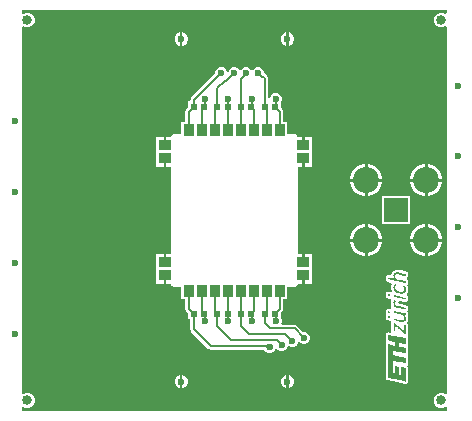
<source format=gtl>
G04*
G04 #@! TF.GenerationSoftware,Altium Limited,Altium Designer,24.6.1 (21)*
G04*
G04 Layer_Physical_Order=1*
G04 Layer_Color=255*
%FSLAX44Y44*%
%MOMM*%
G71*
G04*
G04 #@! TF.SameCoordinates,A60324F7-5EA5-4536-B251-014C174E4282*
G04*
G04*
G04 #@! TF.FilePolarity,Positive*
G04*
G01*
G75*
%ADD11C,0.2000*%
%ADD24R,0.6000X0.5500*%
%ADD25R,0.9000X1.0000*%
%ADD26R,1.0000X0.9000*%
%ADD27C,0.6000*%
%ADD28C,2.2000*%
%ADD29R,2.0000X2.0000*%
%ADD30C,0.8400*%
G36*
X179903Y166784D02*
X178633Y166313D01*
X176493Y167200D01*
X174027D01*
X171748Y166256D01*
X170004Y164512D01*
X169060Y162233D01*
Y159767D01*
X170004Y157488D01*
X171748Y155744D01*
X174027Y154800D01*
X176493D01*
X178633Y155687D01*
X179903Y155216D01*
Y-155216D01*
X178633Y-155687D01*
X176493Y-154800D01*
X174027D01*
X171748Y-155744D01*
X170004Y-157488D01*
X169060Y-159767D01*
Y-162233D01*
X170004Y-164512D01*
X171748Y-166256D01*
X174027Y-167200D01*
X176493D01*
X178633Y-166313D01*
X179903Y-166784D01*
Y-169903D01*
X-179903D01*
Y-166784D01*
X-178633Y-166314D01*
X-176493Y-167200D01*
X-174027D01*
X-171748Y-166256D01*
X-170004Y-164512D01*
X-169060Y-162233D01*
Y-159767D01*
X-170004Y-157488D01*
X-171748Y-155744D01*
X-174027Y-154800D01*
X-176493D01*
X-178633Y-155687D01*
X-179903Y-155216D01*
Y155216D01*
X-178633Y155687D01*
X-176493Y154800D01*
X-174027D01*
X-171748Y155744D01*
X-170004Y157488D01*
X-169060Y159767D01*
Y162233D01*
X-170004Y164512D01*
X-171748Y166256D01*
X-174027Y167200D01*
X-176493D01*
X-178633Y166314D01*
X-179903Y166784D01*
Y169903D01*
X179903D01*
Y166784D01*
D02*
G37*
%LPC*%
G36*
X46102Y150540D02*
X46000D01*
Y145000D01*
Y139460D01*
X46102D01*
X48138Y140303D01*
X49697Y141862D01*
X50540Y143898D01*
Y146102D01*
X49697Y148138D01*
X48138Y149697D01*
X46102Y150540D01*
D02*
G37*
G36*
X44000D02*
X43898D01*
X41862Y149697D01*
X40303Y148138D01*
X39460Y146102D01*
Y143898D01*
X40303Y141862D01*
X41862Y140303D01*
X43898Y139460D01*
X44000D01*
Y145000D01*
Y150540D01*
D02*
G37*
G36*
X-43898D02*
X-44000D01*
Y145000D01*
Y139460D01*
X-43898D01*
X-41862Y140303D01*
X-40303Y141862D01*
X-39460Y143898D01*
Y146102D01*
X-40303Y148138D01*
X-41862Y149697D01*
X-43898Y150540D01*
D02*
G37*
G36*
X-46000D02*
X-46102D01*
X-48138Y149697D01*
X-49697Y148138D01*
X-50540Y146102D01*
Y143898D01*
X-49697Y141862D01*
X-48138Y140303D01*
X-46102Y139460D01*
X-46000D01*
Y145000D01*
Y150540D01*
D02*
G37*
G36*
X20995Y121000D02*
X19005D01*
X17168Y120239D01*
X15761Y118832D01*
X15687Y118654D01*
X14313D01*
X14239Y118832D01*
X12832Y120239D01*
X10995Y121000D01*
X9005D01*
X7168Y120239D01*
X5761Y118832D01*
X5687Y118654D01*
X4313D01*
X4239Y118832D01*
X2832Y120239D01*
X995Y121000D01*
X-995D01*
X-2832Y120239D01*
X-4239Y118832D01*
X-4827Y117413D01*
X-6173D01*
X-6761Y118832D01*
X-8168Y120239D01*
X-10005Y121000D01*
X-11995D01*
X-13832Y120239D01*
X-15239Y118832D01*
X-16000Y116995D01*
Y115826D01*
X-36413Y95413D01*
X-37076Y94420D01*
X-37309Y93250D01*
X-38052Y92250D01*
X-39250D01*
Y87076D01*
X-40663Y85663D01*
X-41326Y84670D01*
X-41559Y83500D01*
X-41559Y83500D01*
Y75000D01*
X-45000D01*
Y64590D01*
X-51000D01*
X-51991Y64393D01*
X-52831Y63831D01*
X-53393Y62991D01*
X-53582Y62040D01*
X-57500D01*
Y55000D01*
X-59500D01*
Y62040D01*
X-66040D01*
Y47960D01*
Y36960D01*
X-59500D01*
Y44000D01*
X-57500D01*
Y36960D01*
X-53590D01*
Y-36960D01*
X-57500D01*
Y-44000D01*
X-59500D01*
Y-36960D01*
X-66040D01*
Y-51040D01*
Y-62040D01*
X-59500D01*
Y-55000D01*
X-57500D01*
Y-62040D01*
X-53582D01*
X-53393Y-62991D01*
X-52831Y-63831D01*
X-51991Y-64393D01*
X-51000Y-64590D01*
X-45000D01*
Y-75000D01*
X-41559D01*
Y-83500D01*
X-41559Y-83500D01*
X-41326Y-84670D01*
X-40663Y-85663D01*
X-39250Y-87076D01*
Y-92250D01*
X-37309D01*
Y-100750D01*
X-37309Y-100750D01*
X-37076Y-101920D01*
X-36413Y-102913D01*
X-24663Y-114663D01*
X-24663Y-114663D01*
X-24663Y-114663D01*
X-22163Y-117163D01*
X-21170Y-117826D01*
X-20000Y-118059D01*
X-20000Y-118059D01*
X25441D01*
X25761Y-118832D01*
X27168Y-120239D01*
X29005Y-121000D01*
X30995D01*
X32832Y-120239D01*
X34239Y-118832D01*
X34779Y-117528D01*
X36173Y-117244D01*
X37168Y-118239D01*
X39005Y-119000D01*
X40995D01*
X42832Y-118239D01*
X44239Y-116832D01*
X44744Y-115612D01*
X46167Y-115239D01*
X46169Y-115239D01*
X48005Y-116000D01*
X49995D01*
X51832Y-115239D01*
X53239Y-113832D01*
X54000Y-111995D01*
Y-111867D01*
X55270Y-111341D01*
X56168Y-112239D01*
X58005Y-113000D01*
X59995D01*
X61832Y-112239D01*
X63239Y-110832D01*
X64000Y-108995D01*
Y-107006D01*
X63239Y-105168D01*
X61832Y-103761D01*
X59995Y-103000D01*
X58326D01*
X53163Y-97837D01*
X52171Y-97174D01*
X51000Y-96941D01*
X51000Y-96941D01*
X40568D01*
X39720Y-95671D01*
X40000Y-94995D01*
Y-93005D01*
X39250Y-91195D01*
Y-87076D01*
X40663Y-85663D01*
X40663Y-85663D01*
X41326Y-84670D01*
X41559Y-83500D01*
X41559Y-83500D01*
Y-75000D01*
X45000D01*
Y-64590D01*
X51000D01*
X51991Y-64393D01*
X52831Y-63831D01*
X53393Y-62991D01*
X53582Y-62040D01*
X57500D01*
Y-55000D01*
X59500D01*
Y-62040D01*
X66040D01*
Y-51040D01*
Y-36960D01*
X59500D01*
Y-44000D01*
X57500D01*
Y-36960D01*
X53590D01*
Y36960D01*
X57500D01*
Y44000D01*
X59500D01*
Y36960D01*
X66040D01*
Y47960D01*
Y62040D01*
X59500D01*
Y55000D01*
X57500D01*
Y62040D01*
X53582D01*
X53393Y62991D01*
X52831Y63831D01*
X51991Y64393D01*
X51000Y64590D01*
X45000D01*
Y75000D01*
X41559D01*
Y83500D01*
X41559Y83500D01*
X41326Y84670D01*
X40663Y85663D01*
X40663Y85663D01*
X39250Y87076D01*
Y91195D01*
X40000Y93005D01*
Y94995D01*
X39239Y96832D01*
X37832Y98239D01*
X35995Y99000D01*
X34005D01*
X32168Y98239D01*
X30761Y96832D01*
X30000Y94995D01*
X28809Y95185D01*
Y111750D01*
X28809Y111750D01*
X28576Y112921D01*
X27913Y113913D01*
X27913Y113913D01*
X26499Y115327D01*
X25506Y115990D01*
X25058Y116079D01*
X25000Y116138D01*
Y116995D01*
X24239Y118832D01*
X22832Y120239D01*
X20995Y121000D01*
D02*
G37*
G36*
X164183Y38940D02*
X163670D01*
Y26670D01*
X175940D01*
Y27183D01*
X175017Y30626D01*
X173235Y33714D01*
X170714Y36235D01*
X167626Y38017D01*
X164183Y38940D01*
D02*
G37*
G36*
X161130D02*
X160617D01*
X157174Y38017D01*
X154086Y36235D01*
X151565Y33714D01*
X149783Y30626D01*
X148860Y27183D01*
Y26670D01*
X161130D01*
Y38940D01*
D02*
G37*
G36*
X113383D02*
X112870D01*
Y26670D01*
X125140D01*
Y27183D01*
X124217Y30626D01*
X122435Y33714D01*
X119914Y36235D01*
X116826Y38017D01*
X113383Y38940D01*
D02*
G37*
G36*
X110330D02*
X109817D01*
X106374Y38017D01*
X103286Y36235D01*
X100765Y33714D01*
X98983Y30626D01*
X98060Y27183D01*
Y26670D01*
X110330D01*
Y38940D01*
D02*
G37*
G36*
X175940Y24130D02*
X163670D01*
Y11860D01*
X164183D01*
X167626Y12783D01*
X170714Y14565D01*
X173235Y17086D01*
X175017Y20174D01*
X175940Y23617D01*
Y24130D01*
D02*
G37*
G36*
X161130D02*
X148860D01*
Y23617D01*
X149783Y20174D01*
X151565Y17086D01*
X154086Y14565D01*
X157174Y12783D01*
X160617Y11860D01*
X161130D01*
Y24130D01*
D02*
G37*
G36*
X125140D02*
X112870D01*
Y11860D01*
X113383D01*
X116826Y12783D01*
X119914Y14565D01*
X122435Y17086D01*
X124217Y20174D01*
X125140Y23617D01*
Y24130D01*
D02*
G37*
G36*
X110330D02*
X98060D01*
Y23617D01*
X98983Y20174D01*
X100765Y17086D01*
X103286Y14565D01*
X106374Y12783D01*
X109817Y11860D01*
X110330D01*
Y24130D01*
D02*
G37*
G36*
X149000Y12000D02*
X125000D01*
Y-12000D01*
X149000D01*
Y12000D01*
D02*
G37*
G36*
X164183Y-11860D02*
X163670D01*
Y-24130D01*
X175940D01*
Y-23617D01*
X175017Y-20174D01*
X173235Y-17086D01*
X170714Y-14565D01*
X167626Y-12783D01*
X164183Y-11860D01*
D02*
G37*
G36*
X161130D02*
X160617D01*
X157174Y-12783D01*
X154086Y-14565D01*
X151565Y-17086D01*
X149783Y-20174D01*
X148860Y-23617D01*
Y-24130D01*
X161130D01*
Y-11860D01*
D02*
G37*
G36*
X113383D02*
X112870D01*
Y-24130D01*
X125140D01*
Y-23617D01*
X124217Y-20174D01*
X122435Y-17086D01*
X119914Y-14565D01*
X116826Y-12783D01*
X113383Y-11860D01*
D02*
G37*
G36*
X110330D02*
X109817D01*
X106374Y-12783D01*
X103286Y-14565D01*
X100765Y-17086D01*
X98983Y-20174D01*
X98060Y-23617D01*
Y-24130D01*
X110330D01*
Y-11860D01*
D02*
G37*
G36*
X175940Y-26670D02*
X163670D01*
Y-38940D01*
X164183D01*
X167626Y-38017D01*
X170714Y-36235D01*
X173235Y-33714D01*
X175017Y-30626D01*
X175940Y-27183D01*
Y-26670D01*
D02*
G37*
G36*
X161130D02*
X148860D01*
Y-27183D01*
X149783Y-30626D01*
X151565Y-33714D01*
X154086Y-36235D01*
X157174Y-38017D01*
X160617Y-38940D01*
X161130D01*
Y-26670D01*
D02*
G37*
G36*
X125140D02*
X112870D01*
Y-38940D01*
X113383D01*
X116826Y-38017D01*
X119914Y-36235D01*
X122435Y-33714D01*
X124217Y-30626D01*
X125140Y-27183D01*
Y-26670D01*
D02*
G37*
G36*
X110330D02*
X98060D01*
Y-27183D01*
X98983Y-30626D01*
X100765Y-33714D01*
X103286Y-36235D01*
X106374Y-38017D01*
X109817Y-38940D01*
X110330D01*
Y-26670D01*
D02*
G37*
G36*
X137610Y-50391D02*
X137383Y-50422D01*
X137155Y-50415D01*
X136331Y-50552D01*
X136082Y-50647D01*
X135823Y-50707D01*
X135068Y-51050D01*
X134773Y-51263D01*
X134757Y-51273D01*
X134725Y-51289D01*
X134675Y-51328D01*
X134470Y-51465D01*
X134402Y-51533D01*
X134195Y-51671D01*
X134092Y-51774D01*
X133954Y-51981D01*
X133921Y-52014D01*
X133831Y-52148D01*
X133756Y-52245D01*
X133633Y-52375D01*
X133290Y-52924D01*
X133226Y-53095D01*
X133126Y-53247D01*
X132989Y-53591D01*
X132963Y-53728D01*
X132904Y-53853D01*
X132835Y-54128D01*
X132833Y-54182D01*
X132794Y-54360D01*
X132790Y-54370D01*
X131691Y-55151D01*
X131473Y-55200D01*
X130624Y-55027D01*
X130441Y-55026D01*
X130263Y-54986D01*
X130047Y-55024D01*
X129828Y-55023D01*
X129659Y-55092D01*
X129479Y-55123D01*
X129294Y-55240D01*
X129092Y-55323D01*
X128962Y-55451D01*
X128808Y-55549D01*
X128682Y-55729D01*
X128526Y-55883D01*
X128455Y-56051D01*
X128350Y-56200D01*
X128303Y-56414D01*
X128218Y-56616D01*
X128217Y-56799D01*
X128177Y-56977D01*
X128143Y-58453D01*
X128203Y-58797D01*
X128247Y-59145D01*
X128271Y-59188D01*
X128280Y-59236D01*
X128467Y-59532D01*
X128641Y-59836D01*
X128680Y-59866D01*
X128706Y-59908D01*
X128993Y-60109D01*
X129158Y-60237D01*
X129182Y-60262D01*
X129198Y-60268D01*
X129269Y-60324D01*
X129407Y-60392D01*
X129667Y-60464D01*
X129917Y-60568D01*
X132819Y-61151D01*
X133012Y-61406D01*
X133317Y-62547D01*
X133149Y-62865D01*
X133078Y-63101D01*
X132973Y-63324D01*
X132835Y-63873D01*
X132828Y-64022D01*
X132785Y-64165D01*
X132716Y-64851D01*
X132731Y-65006D01*
X132709Y-65161D01*
X132743Y-65813D01*
X132766Y-65902D01*
X132761Y-65994D01*
X132829Y-66475D01*
X132865Y-66575D01*
X132870Y-66681D01*
X133007Y-67230D01*
X133092Y-67410D01*
X133140Y-67604D01*
X133549Y-68473D01*
X133274Y-68945D01*
X133027Y-69190D01*
X133022Y-69194D01*
X132645Y-69433D01*
X132542Y-69399D01*
X132382Y-69379D01*
X132232Y-69322D01*
X131853Y-69259D01*
X131199Y-69128D01*
X131175Y-69128D01*
X131153Y-69119D01*
X130570Y-69016D01*
X130415Y-69020D01*
X130263Y-68986D01*
X130021Y-69028D01*
X129775Y-69034D01*
X129632Y-69096D01*
X129479Y-69123D01*
X129271Y-69255D01*
X129046Y-69354D01*
X128939Y-69466D01*
X128808Y-69549D01*
X128666Y-69751D01*
X128496Y-69929D01*
X128440Y-70073D01*
X128350Y-70201D01*
X128297Y-70441D01*
X128208Y-70670D01*
X128211Y-70826D01*
X128177Y-70977D01*
X128143Y-72453D01*
X128160Y-72548D01*
X128147Y-72645D01*
X128228Y-72937D01*
X128280Y-73236D01*
X128332Y-73318D01*
X128357Y-73412D01*
X128544Y-73652D01*
X128706Y-73908D01*
X128786Y-73964D01*
X128845Y-74040D01*
X129109Y-74191D01*
X129357Y-74365D01*
X129452Y-74387D01*
X129537Y-74434D01*
X129742Y-74503D01*
X129869Y-74519D01*
X129987Y-74568D01*
X131017Y-74774D01*
X131040Y-74774D01*
X131062Y-74783D01*
X131646Y-74886D01*
X131825Y-74882D01*
X132000Y-74917D01*
X132069D01*
X132203Y-74890D01*
X132458Y-75033D01*
X132700Y-75321D01*
X132914Y-75694D01*
X133052Y-76012D01*
X132989Y-76169D01*
X132963Y-76306D01*
X132904Y-76432D01*
X132835Y-76706D01*
X132829Y-76844D01*
X132787Y-76976D01*
X132718Y-77593D01*
X132734Y-77774D01*
X132710Y-77954D01*
X132745Y-78469D01*
X132765Y-78544D01*
X132761Y-78622D01*
X132829Y-79102D01*
X132865Y-79202D01*
X132870Y-79308D01*
X132938Y-79583D01*
X133005Y-79724D01*
X132968Y-79889D01*
X132883Y-80095D01*
X132883Y-80274D01*
X132844Y-80448D01*
X132809Y-81923D01*
X132840Y-82096D01*
X132831Y-82271D01*
X132907Y-82484D01*
X132946Y-82707D01*
X132948Y-82710D01*
X132762Y-83200D01*
X132535Y-83483D01*
X132136Y-83809D01*
X130616Y-83505D01*
X130414Y-83505D01*
X130216Y-83466D01*
X130020Y-83505D01*
X129820Y-83504D01*
X129633Y-83581D01*
X129435Y-83621D01*
X129269Y-83732D01*
X129085Y-83808D01*
X128942Y-83951D01*
X128774Y-84063D01*
X128739Y-84097D01*
X128726Y-84117D01*
X128706Y-84131D01*
X128612Y-84280D01*
X128521Y-84370D01*
X128463Y-84512D01*
X128297Y-84759D01*
X128293Y-84782D01*
X128280Y-84803D01*
X128235Y-85060D01*
X128216Y-85105D01*
X128216Y-85167D01*
X128215Y-85172D01*
X128142Y-85539D01*
X128147Y-85563D01*
X128143Y-85587D01*
X128177Y-87062D01*
X128212Y-87221D01*
X128210Y-87383D01*
X128298Y-87605D01*
X128350Y-87839D01*
X128444Y-87972D01*
X128504Y-88123D01*
X128622Y-88244D01*
X128611Y-88262D01*
X128485Y-88389D01*
X128399Y-88595D01*
X128280Y-88783D01*
X128249Y-88959D01*
X128181Y-89124D01*
X128181Y-89347D01*
X128143Y-89567D01*
X128177Y-91042D01*
X128212Y-91201D01*
X128210Y-91363D01*
X128298Y-91586D01*
X128350Y-91819D01*
X128444Y-91952D01*
X128504Y-92103D01*
X128670Y-92274D01*
X128808Y-92470D01*
X128945Y-92557D01*
X129058Y-92674D01*
X129277Y-92768D01*
X129479Y-92897D01*
X129639Y-92925D01*
X129788Y-92989D01*
X130639Y-93171D01*
X130737Y-93204D01*
X130962Y-93232D01*
X131179Y-93299D01*
X131866Y-93367D01*
X132007Y-93374D01*
X132021Y-93377D01*
X132379Y-93523D01*
X133002Y-94597D01*
X132957Y-94821D01*
X132874Y-95033D01*
X132878Y-95207D01*
X132843Y-95377D01*
X132809Y-102137D01*
X132872Y-102463D01*
X132889Y-102596D01*
X132297Y-103448D01*
X131918Y-103696D01*
X130947Y-103501D01*
X130861Y-103472D01*
X130544Y-103432D01*
X130231Y-103368D01*
X130151Y-103383D01*
X130071Y-103373D01*
X129763Y-103457D01*
X129449Y-103517D01*
X129382Y-103562D01*
X129304Y-103583D01*
X129051Y-103779D01*
X128784Y-103954D01*
X128739Y-104021D01*
X128675Y-104071D01*
X128517Y-104348D01*
X128337Y-104613D01*
X128321Y-104692D01*
X128281Y-104762D01*
X128241Y-105079D01*
X128177Y-105392D01*
X128142Y-110093D01*
X128172Y-110249D01*
X128164Y-110408D01*
X128246Y-110636D01*
X128292Y-110875D01*
X128379Y-111007D01*
X128433Y-111157D01*
X128680Y-111760D01*
X128577Y-112222D01*
X128471Y-112447D01*
X128333Y-112654D01*
X128303Y-112803D01*
X128237Y-112942D01*
X128225Y-113190D01*
X128176Y-113434D01*
X128142Y-141948D01*
X128206Y-142271D01*
X128247Y-142596D01*
X128282Y-142659D01*
X128296Y-142729D01*
X128479Y-143002D01*
X128641Y-143287D01*
X128698Y-143331D01*
X128738Y-143391D01*
X129010Y-143574D01*
X129160Y-143690D01*
X129184Y-143714D01*
X129199Y-143720D01*
X129270Y-143775D01*
X129407Y-143844D01*
X129668Y-143915D01*
X129919Y-144019D01*
X134380Y-144911D01*
X144384Y-146926D01*
X144613Y-146983D01*
X144860Y-146995D01*
X145102Y-147044D01*
X145253Y-147014D01*
X145408Y-147022D01*
X145640Y-146939D01*
X145883Y-146891D01*
X146011Y-146806D01*
X146157Y-146754D01*
X146340Y-146588D01*
X146545Y-146451D01*
X146632Y-146323D01*
X146746Y-146219D01*
X146852Y-145996D01*
X146989Y-145791D01*
X147020Y-145639D01*
X147086Y-145499D01*
X147098Y-145253D01*
X147147Y-145011D01*
X147181Y-133791D01*
X147118Y-133467D01*
X147077Y-133139D01*
X147008Y-132934D01*
X146874Y-132698D01*
X146770Y-132447D01*
X146703Y-132313D01*
X146627Y-131787D01*
X146688Y-131038D01*
X146805Y-130832D01*
X146877Y-130656D01*
X146984Y-130500D01*
X147028Y-130292D01*
X147108Y-130096D01*
X147108Y-129906D01*
X147147Y-129721D01*
X147181Y-126187D01*
X147179Y-126177D01*
X147181Y-126167D01*
Y-125206D01*
X147118Y-124885D01*
X147077Y-124561D01*
X147008Y-124355D01*
X146874Y-124120D01*
X146770Y-123869D01*
X146657Y-123524D01*
X146635Y-123382D01*
X146698Y-122550D01*
X146774Y-122312D01*
X146887Y-122075D01*
X147032Y-121855D01*
X147058Y-121719D01*
X147118Y-121594D01*
X147132Y-121332D01*
X147181Y-121073D01*
X147147Y-116441D01*
X147112Y-116273D01*
X147116Y-116103D01*
X147033Y-115888D01*
X146986Y-115662D01*
X146631Y-114775D01*
X146986Y-113887D01*
X147036Y-113644D01*
X147122Y-113411D01*
X147116Y-113258D01*
X147147Y-113108D01*
X147181Y-108476D01*
X147166Y-108397D01*
X147176Y-108316D01*
X147092Y-108008D01*
X147032Y-107694D01*
X146987Y-107627D01*
X146966Y-107549D01*
X146770Y-107297D01*
X146754Y-107272D01*
X146595Y-107018D01*
X146643Y-106168D01*
X146734Y-105754D01*
X146869Y-105495D01*
X147030Y-105252D01*
X147051Y-105145D01*
X147101Y-105048D01*
X147126Y-104757D01*
X147181Y-104471D01*
X147147Y-97299D01*
X147083Y-96984D01*
X147042Y-96664D01*
X147004Y-96596D01*
X146988Y-96519D01*
X146808Y-96252D01*
X146648Y-95973D01*
X146514Y-95725D01*
X146372Y-94662D01*
X146449Y-94445D01*
X146506Y-94308D01*
X146700Y-93997D01*
X146772Y-93806D01*
X146880Y-93633D01*
X147086Y-93084D01*
X147119Y-92880D01*
X147191Y-92686D01*
X147294Y-92034D01*
X147284Y-91796D01*
X147313Y-91559D01*
X147244Y-90667D01*
X147198Y-90501D01*
X147189Y-90329D01*
X147121Y-90055D01*
X147106Y-90023D01*
X147103Y-89989D01*
X147002Y-89635D01*
X147044Y-89570D01*
X147096Y-89271D01*
X147176Y-88978D01*
X147164Y-88882D01*
X147181Y-88786D01*
X147147Y-87310D01*
X147110Y-87146D01*
X147111Y-86978D01*
X147024Y-86762D01*
X146973Y-86534D01*
X146605Y-85676D01*
X146973Y-84819D01*
X147031Y-84561D01*
X147122Y-84313D01*
X147117Y-84176D01*
X147147Y-84043D01*
X147181Y-82567D01*
X147143Y-82350D01*
X147144Y-82129D01*
X147075Y-81961D01*
X147044Y-81783D01*
X146925Y-81597D01*
X146842Y-81393D01*
X146714Y-81264D01*
X146617Y-81112D01*
X146437Y-80985D01*
X146281Y-80828D01*
X146114Y-80758D01*
X145966Y-80654D01*
X145751Y-80606D01*
X145547Y-80521D01*
X140342Y-79467D01*
X140112Y-79409D01*
X140006Y-79404D01*
X139906Y-79369D01*
X139530Y-79315D01*
X139390Y-79280D01*
X139098Y-79197D01*
X138665Y-77902D01*
X138659Y-77767D01*
X138722Y-77673D01*
X138734Y-77613D01*
X139649Y-76763D01*
X139851Y-76657D01*
X140113Y-76593D01*
X144056Y-77382D01*
X144098Y-77382D01*
X144138Y-77397D01*
X144790Y-77499D01*
X144927Y-77494D01*
X145060Y-77524D01*
X145321Y-77478D01*
X145585Y-77468D01*
X145709Y-77410D01*
X145844Y-77387D01*
X146067Y-77245D01*
X146307Y-77134D01*
X146400Y-77034D01*
X146516Y-76960D01*
X146668Y-76744D01*
X146847Y-76550D01*
X146894Y-76421D01*
X146973Y-76309D01*
X147031Y-76051D01*
X147122Y-75803D01*
X147117Y-75666D01*
X147147Y-75533D01*
X147181Y-74057D01*
X147151Y-73885D01*
X147159Y-73710D01*
X147083Y-73496D01*
X147044Y-73274D01*
X146950Y-73126D01*
X146891Y-72961D01*
X146739Y-72793D01*
X146617Y-72602D01*
X146474Y-72501D01*
X146356Y-72371D01*
X146152Y-72275D01*
X146146Y-72271D01*
X146118Y-72235D01*
X146034Y-72072D01*
X145847Y-71040D01*
X145900Y-70788D01*
X145922Y-70749D01*
X145992Y-70644D01*
X146115Y-70528D01*
X146458Y-70048D01*
X146536Y-69877D01*
X146647Y-69725D01*
X146887Y-69210D01*
X146929Y-69041D01*
X147007Y-68885D01*
X147095Y-68562D01*
X147145Y-68409D01*
X147177Y-68162D01*
X147244Y-67921D01*
X147313Y-67029D01*
X147291Y-66850D01*
X147309Y-66670D01*
X147240Y-65983D01*
X147196Y-65841D01*
X147189Y-65692D01*
X146983Y-64868D01*
X146899Y-64691D01*
X146853Y-64500D01*
X146372Y-63471D01*
X146617Y-62928D01*
X146780Y-62671D01*
X146966Y-62432D01*
X146992Y-62338D01*
X147044Y-62256D01*
X147096Y-61957D01*
X147176Y-61664D01*
X147164Y-61568D01*
X147181Y-61472D01*
X147147Y-59997D01*
X147110Y-59832D01*
X147111Y-59663D01*
X147024Y-59447D01*
X146973Y-59220D01*
X146876Y-59082D01*
X146813Y-58925D01*
X146650Y-58759D01*
X146516Y-58569D01*
X146373Y-58478D01*
X146290Y-58394D01*
X146246Y-58252D01*
X146213Y-57833D01*
X146200Y-57396D01*
X146266Y-57034D01*
X146270Y-57023D01*
X146323Y-56975D01*
X146512Y-56856D01*
X146615Y-56711D01*
X146746Y-56592D01*
X146842Y-56389D01*
X146971Y-56206D01*
X147010Y-56033D01*
X147086Y-55872D01*
X147097Y-55648D01*
X147146Y-55430D01*
X147181Y-54092D01*
X147121Y-53744D01*
X147077Y-53394D01*
X147008Y-53188D01*
X146897Y-52994D01*
X146822Y-52784D01*
X146702Y-52652D01*
X146614Y-52497D01*
X146438Y-52360D01*
X146287Y-52195D01*
X146126Y-52119D01*
X145985Y-52009D01*
X145770Y-51950D01*
X145568Y-51855D01*
X145294Y-51786D01*
X145244Y-51784D01*
X145199Y-51765D01*
X141089Y-50943D01*
X139394Y-50591D01*
X139302Y-50561D01*
X139036Y-50527D01*
X138777Y-50459D01*
X137610Y-50391D01*
D02*
G37*
G36*
X46102Y-139460D02*
X46000D01*
Y-145000D01*
Y-150540D01*
X46102D01*
X48138Y-149697D01*
X49697Y-148138D01*
X50540Y-146102D01*
Y-143898D01*
X49697Y-141862D01*
X48138Y-140303D01*
X46102Y-139460D01*
D02*
G37*
G36*
X44000D02*
X43898D01*
X41862Y-140303D01*
X40303Y-141862D01*
X39460Y-143898D01*
Y-146102D01*
X40303Y-148138D01*
X41862Y-149697D01*
X43898Y-150540D01*
X44000D01*
Y-145000D01*
Y-139460D01*
D02*
G37*
G36*
X-43898D02*
X-44000D01*
Y-145000D01*
Y-150540D01*
X-43898D01*
X-41862Y-149697D01*
X-40303Y-148138D01*
X-39460Y-146102D01*
Y-143898D01*
X-40303Y-141862D01*
X-41862Y-140303D01*
X-43898Y-139460D01*
D02*
G37*
G36*
X-46000D02*
X-46102D01*
X-48138Y-140303D01*
X-49697Y-141862D01*
X-50540Y-143898D01*
Y-146102D01*
X-49697Y-148138D01*
X-48138Y-149697D01*
X-46102Y-150540D01*
X-46000D01*
Y-145000D01*
Y-139460D01*
D02*
G37*
%LPD*%
G36*
X138657Y-52495D02*
X138863Y-52564D01*
X140681Y-52941D01*
X144799Y-53765D01*
X145073Y-53833D01*
X145142Y-54039D01*
X145108Y-55377D01*
X144833Y-55309D01*
X140270Y-54382D01*
X138897Y-54108D01*
X137971Y-54005D01*
X137216Y-54074D01*
X136735Y-54348D01*
X136564Y-54451D01*
X136495Y-54588D01*
X136358Y-54725D01*
X136221Y-55069D01*
X136152Y-55343D01*
X136083Y-55961D01*
X136152Y-56167D01*
X136255Y-56681D01*
X136392Y-57024D01*
X136735Y-57573D01*
X136838Y-57677D01*
X136907Y-57814D01*
X137010Y-57917D01*
X137147Y-57985D01*
X137353Y-58191D01*
X138245Y-58603D01*
X138726Y-58740D01*
X139000Y-58809D01*
X141196Y-59221D01*
X141471Y-59289D01*
X145108Y-60044D01*
X145142Y-61520D01*
X145039Y-61554D01*
X144833Y-61485D01*
X130319Y-58569D01*
X130181Y-58500D01*
X130216Y-57024D01*
X133407Y-57677D01*
X135466Y-58088D01*
X135774Y-58123D01*
X135809Y-58088D01*
X135466Y-57745D01*
X135397Y-57608D01*
X135123Y-57196D01*
Y-57059D01*
X135088Y-57024D01*
X134917Y-56578D01*
X134848Y-56304D01*
X134779Y-55823D01*
X134745Y-55172D01*
X134814Y-54623D01*
X134882Y-54348D01*
X135020Y-54005D01*
X135363Y-53456D01*
X135466Y-53353D01*
X135534Y-53216D01*
X135637Y-53113D01*
X135774Y-53044D01*
X135912Y-52907D01*
X136667Y-52564D01*
X137490Y-52427D01*
X138657Y-52495D01*
D02*
G37*
G36*
X136358Y-62206D02*
X136426Y-62343D01*
X136701Y-62618D01*
X136770Y-62755D01*
X137044Y-63029D01*
X137113Y-63167D01*
X137250Y-63304D01*
X137078Y-63475D01*
X136941Y-63544D01*
X136426Y-64059D01*
X136221Y-64539D01*
X136152Y-64814D01*
X136083Y-65431D01*
X136152Y-65637D01*
X136221Y-66186D01*
X136701Y-67078D01*
X137010Y-67456D01*
X137284Y-67730D01*
X137422Y-67799D01*
X137559Y-67936D01*
X137696Y-68005D01*
X138863Y-68554D01*
X139343Y-68691D01*
X139892Y-68828D01*
X140853Y-68966D01*
X141745Y-69034D01*
X141951Y-68966D01*
X142431Y-68897D01*
X143186Y-68485D01*
X143564Y-68108D01*
X143770Y-67627D01*
X143907Y-67078D01*
X143838Y-66049D01*
X143289Y-65020D01*
X143152Y-64882D01*
X143083Y-64745D01*
X142740Y-64402D01*
X142774Y-64299D01*
X142912Y-64230D01*
X143186Y-63956D01*
X143323Y-63887D01*
X143598Y-63613D01*
X143735Y-63544D01*
X143804Y-63475D01*
X144113Y-63784D01*
X144181Y-63922D01*
X144319Y-64059D01*
X144387Y-64196D01*
X144524Y-64333D01*
X145005Y-65363D01*
X145211Y-66186D01*
X145279Y-66873D01*
X145211Y-67765D01*
X145142Y-67971D01*
X145039Y-68348D01*
X144799Y-68863D01*
X144456Y-69343D01*
X144319Y-69480D01*
X144284Y-69583D01*
X144147Y-69652D01*
X143941Y-69858D01*
X143804Y-69927D01*
X143323Y-70201D01*
X142980Y-70338D01*
X142534Y-70441D01*
X142123Y-70510D01*
X140853Y-70544D01*
X140647Y-70476D01*
X139858Y-70373D01*
X139583Y-70304D01*
X139240Y-70235D01*
X138863Y-70132D01*
X138417Y-69961D01*
X137730Y-69686D01*
X136735Y-69103D01*
X136598Y-68966D01*
X136461Y-68897D01*
X135740Y-68176D01*
X135672Y-68039D01*
X135534Y-67902D01*
X134985Y-66735D01*
X134848Y-66186D01*
X134779Y-65706D01*
X134745Y-65054D01*
X134814Y-64368D01*
X134951Y-63819D01*
X135260Y-63235D01*
X135740Y-62618D01*
X135912Y-62446D01*
X136049Y-62377D01*
X136186Y-62240D01*
X136323Y-62172D01*
X136358Y-62206D01*
D02*
G37*
G36*
X130799Y-71127D02*
X131485Y-71265D01*
X131897Y-71333D01*
X132103Y-71402D01*
X132069Y-72877D01*
X132000D01*
X131417Y-72775D01*
X130387Y-72569D01*
X130181Y-72500D01*
X130216Y-71024D01*
X130799Y-71127D01*
D02*
G37*
G36*
X135534Y-72088D02*
X138966Y-72775D01*
X139377Y-72843D01*
X144868Y-73941D01*
X145142Y-74010D01*
X145108Y-75485D01*
X144456Y-75382D01*
X135878Y-73667D01*
X135637Y-73632D01*
X135569D01*
X135363Y-73564D01*
X134917Y-73461D01*
X134848Y-73255D01*
X134882Y-71985D01*
X135534Y-72088D01*
D02*
G37*
G36*
X135843Y-75760D02*
X135946Y-75863D01*
X136015Y-76000D01*
X136495Y-76480D01*
X136564Y-76618D01*
X136838Y-76892D01*
X136426Y-77304D01*
X136358Y-77441D01*
X136152Y-77922D01*
X136083Y-78608D01*
X136152Y-78814D01*
X136221Y-79088D01*
X136358Y-79431D01*
X136804Y-80083D01*
X137353Y-80632D01*
X138382Y-81113D01*
X138863Y-81250D01*
X139137Y-81319D01*
X139618Y-81387D01*
X139892Y-81456D01*
X145142Y-82520D01*
X145108Y-83995D01*
X144456Y-83892D01*
X144044Y-83823D01*
X135123Y-82039D01*
X134848Y-81971D01*
X134882Y-80495D01*
X135912Y-80701D01*
X135946Y-80667D01*
X135569Y-80289D01*
X135534Y-80255D01*
X135397Y-80118D01*
X135328Y-79980D01*
X134917Y-79088D01*
X134848Y-78814D01*
X134779Y-78333D01*
X134745Y-77819D01*
X134814Y-77201D01*
X134882Y-76926D01*
X135020Y-76583D01*
X135363Y-76034D01*
X135706Y-75691D01*
X135843Y-75760D01*
D02*
G37*
G36*
X132103Y-85882D02*
X132069Y-87358D01*
X131382Y-87289D01*
X131177Y-87221D01*
X130216Y-87015D01*
X130181Y-85539D01*
X130216Y-85505D01*
X132103Y-85882D01*
D02*
G37*
G36*
X135157Y-85368D02*
X143186Y-86946D01*
X143461Y-87015D01*
X145108Y-87358D01*
X145142Y-88833D01*
X145039Y-88868D01*
X144833Y-88799D01*
X144422Y-88730D01*
X144353D01*
X144147Y-88662D01*
X144113Y-88696D01*
X144456Y-89039D01*
X144524Y-89177D01*
X144662Y-89314D01*
X145005Y-90069D01*
X145142Y-90549D01*
X145211Y-90823D01*
X145279Y-91716D01*
X145176Y-92368D01*
X144971Y-92917D01*
X144627Y-93466D01*
X144147Y-93946D01*
X144010Y-94015D01*
X143392Y-94289D01*
X142843Y-94426D01*
X141333Y-94358D01*
X141128Y-94289D01*
X134848Y-93020D01*
X134882Y-91544D01*
X135534Y-91647D01*
X141368Y-92814D01*
X142054Y-92882D01*
X142157Y-92917D01*
X142363Y-92848D01*
X142912Y-92779D01*
X143392Y-92436D01*
X143632Y-92196D01*
X143770Y-91853D01*
X143907Y-91304D01*
X143838Y-90412D01*
X143701Y-90069D01*
X143289Y-89314D01*
X142706Y-88730D01*
X142569Y-88662D01*
X141677Y-88250D01*
X141128Y-88113D01*
X134848Y-86843D01*
X134917Y-85333D01*
X134951Y-85299D01*
X135157Y-85368D01*
D02*
G37*
G36*
X130559Y-89554D02*
X131726Y-89760D01*
X131760Y-89794D01*
X132103Y-89863D01*
X132069Y-91338D01*
X131382Y-91270D01*
X131177Y-91201D01*
X130216Y-90995D01*
X130181Y-89520D01*
X130353Y-89485D01*
X130559Y-89554D01*
D02*
G37*
G36*
X135466Y-95490D02*
X136152Y-95627D01*
X136529Y-96005D01*
X136667Y-96074D01*
X137147Y-96554D01*
X137284Y-96623D01*
X137765Y-97103D01*
X137902Y-97172D01*
X138382Y-97652D01*
X138520Y-97721D01*
X139000Y-98201D01*
X139137Y-98270D01*
X139549Y-98681D01*
X139686Y-98750D01*
X140167Y-99230D01*
X140304Y-99299D01*
X140784Y-99779D01*
X140922Y-99848D01*
X141402Y-100328D01*
X141539Y-100397D01*
X142020Y-100877D01*
X142157Y-100946D01*
X142637Y-101426D01*
X142774Y-101495D01*
X143186Y-101907D01*
X143323Y-101975D01*
X143735Y-102387D01*
X143770Y-97686D01*
Y-97618D01*
X143804Y-97034D01*
X144971Y-97240D01*
X145108Y-97309D01*
X145142Y-104480D01*
X144833Y-104515D01*
X144627Y-104446D01*
X143838Y-104275D01*
X143529Y-103966D01*
X143392Y-103897D01*
X142912Y-103417D01*
X142774Y-103348D01*
X142294Y-102868D01*
X142157Y-102799D01*
X141745Y-102387D01*
X141608Y-102319D01*
X141128Y-101838D01*
X140990Y-101770D01*
X140578Y-101358D01*
X140441Y-101289D01*
X139961Y-100809D01*
X139824Y-100740D01*
X139343Y-100260D01*
X139206Y-100191D01*
X138794Y-99779D01*
X138657Y-99711D01*
X138176Y-99230D01*
X138039Y-99162D01*
X137559Y-98681D01*
X137422Y-98613D01*
X137010Y-98201D01*
X136873Y-98132D01*
X136392Y-97652D01*
X136221Y-97618D01*
X136186Y-102593D01*
X135603Y-102490D01*
X134917Y-102353D01*
X134848Y-102147D01*
X134882Y-95387D01*
X135466Y-95490D01*
D02*
G37*
G36*
X130422Y-105476D02*
X144936Y-108392D01*
X145142Y-108461D01*
X145108Y-113093D01*
X144456Y-112990D01*
X139652Y-112029D01*
X139412Y-111995D01*
X139377Y-115255D01*
X139686Y-115358D01*
X143598Y-116113D01*
X143873Y-116181D01*
X145108Y-116456D01*
X145142Y-121088D01*
X144902Y-121123D01*
X144696Y-121054D01*
X139789Y-120059D01*
X134299Y-118961D01*
X133990Y-118926D01*
X133956Y-122735D01*
X134333Y-122838D01*
X137524Y-123490D01*
X145073Y-125000D01*
X145142Y-125206D01*
Y-126098D01*
Y-126167D01*
X145108Y-129701D01*
X133990Y-127505D01*
X133956Y-138039D01*
X134333Y-138142D01*
X135946Y-138451D01*
X135980Y-131760D01*
X139343Y-132446D01*
X139412Y-139172D01*
X139995Y-139275D01*
X141025Y-139480D01*
X141333Y-139515D01*
X141402Y-132858D01*
X141985Y-132961D01*
X145073Y-133578D01*
X145142Y-133784D01*
X145108Y-145005D01*
X144833Y-144936D01*
X134779Y-142912D01*
X130319Y-142020D01*
X130181Y-141951D01*
X130216Y-113436D01*
X130490Y-113505D01*
X133681Y-114157D01*
X135912Y-114603D01*
X135946Y-111343D01*
X135637Y-111240D01*
X135191Y-111137D01*
X132103Y-110520D01*
X131828Y-110451D01*
X130456Y-110176D01*
X130181Y-110108D01*
X130216Y-105407D01*
X130422Y-105476D01*
D02*
G37*
D11*
X30000Y-100000D02*
X51000D01*
X59000Y-108000D01*
X12500Y-105000D02*
X43000D01*
X49000Y-111000D01*
X-2500Y-110000D02*
X36000D01*
X40000Y-114000D01*
X27754Y-115426D02*
X29426D01*
X27328Y-115000D02*
X27754Y-115426D01*
X-22500Y-112500D02*
X-20000Y-115000D01*
X29426Y-115426D02*
X30000Y-116000D01*
X-20000Y-115000D02*
X27328D01*
X-25000Y-94000D02*
Y-88250D01*
X-27500Y-85750D02*
X-25000Y-88250D01*
X-5000Y-94000D02*
Y-88250D01*
X15000Y-94000D02*
Y-88250D01*
X35000Y-94000D02*
Y-88250D01*
X25750Y-95750D02*
X30000Y-100000D01*
X-61000Y31812D02*
X-58500Y34312D01*
Y44000D01*
X-61000Y31000D02*
Y31812D01*
X-58500Y55000D02*
Y63688D01*
X-61000Y66188D02*
X-58500Y63688D01*
X-61000Y66188D02*
Y67000D01*
Y-32812D02*
X-58500Y-35312D01*
X-61000Y-32812D02*
Y-32000D01*
X-58500Y-44000D02*
Y-35312D01*
Y-64688D02*
Y-55000D01*
X-61000Y-67188D02*
X-58500Y-64688D01*
X-61000Y-68000D02*
Y-67188D01*
X58500Y-63688D02*
Y-55000D01*
X61000Y-67000D02*
Y-66188D01*
X58500Y-63688D02*
X61000Y-66188D01*
X58500Y-44000D02*
Y-35312D01*
X61000Y-32812D02*
Y-32000D01*
X58500Y-35312D02*
X61000Y-32812D01*
X63000Y67000D02*
Y67000D01*
X58500Y55000D02*
Y62500D01*
X63000Y67000D01*
X58500Y36278D02*
Y44000D01*
Y36278D02*
X62000Y32778D01*
Y32000D02*
Y32778D01*
X-11500Y116000D02*
X-11000D01*
X-34250Y93250D02*
X-11500Y116000D01*
X-34250Y87500D02*
Y93250D01*
X-6662Y109338D02*
X0Y116000D01*
X-8162Y109338D02*
X-6662D01*
X-14250Y103250D02*
X-8162Y109338D01*
X5750Y87500D02*
Y111058D01*
X10000Y115308D02*
Y116000D01*
X5750Y111058D02*
X10000Y115308D01*
X20812Y116000D02*
X23648Y113164D01*
X24336D01*
X25750Y111750D01*
X20000Y116000D02*
X20812D01*
X-25000Y88250D02*
Y94000D01*
X-27500Y85750D02*
X-25000Y88250D01*
X-5000Y88250D02*
Y94000D01*
X-5750Y87500D02*
X-5000Y88250D01*
X-5750Y87500D02*
X-5500Y87250D01*
X15000Y88250D02*
Y94000D01*
X14250Y87500D02*
X15000Y88250D01*
X35000Y88250D02*
Y94000D01*
X-14250Y87500D02*
Y103250D01*
X25750Y87500D02*
Y111750D01*
X34250Y87500D02*
X35000Y88250D01*
X34250Y87500D02*
X34500D01*
X-14250Y-98250D02*
X-2500Y-110000D01*
X5750Y-98250D02*
X12500Y-105000D01*
X-5750Y-87500D02*
X-5000Y-88250D01*
X14250Y-87500D02*
X15000Y-88250D01*
X34250Y-87500D02*
X35000Y-88250D01*
X-22500Y-112500D02*
X-22500D01*
X-34250Y-100750D02*
X-22500Y-112500D01*
X-34250Y-100750D02*
Y-87500D01*
X-14250Y-98250D02*
Y-87500D01*
X5750Y-98250D02*
Y-87500D01*
X25750Y-95750D02*
Y-87500D01*
X-14500D02*
X-14250D01*
X34500Y87500D02*
X38500Y83500D01*
Y68000D02*
Y83500D01*
X25750Y87500D02*
X27500Y85750D01*
Y68000D02*
Y85750D01*
X14500Y87500D02*
X16500Y85500D01*
Y68000D02*
Y85500D01*
X14250Y87500D02*
X14500D01*
X5500Y87250D02*
X5750Y87500D01*
X5500Y68000D02*
Y87250D01*
X-38500Y68000D02*
Y83500D01*
X-34500Y87500D01*
X-34250D01*
X-27500Y68000D02*
Y85750D01*
X-16500Y85500D02*
X-14500Y87500D01*
X-14250D01*
X-16500Y68000D02*
Y85500D01*
X-5500Y68000D02*
Y87250D01*
X34500Y-87500D02*
X38500Y-83500D01*
X34250Y-87500D02*
X34500D01*
X38500Y-83500D02*
Y-68000D01*
X27500Y-85750D02*
Y-68000D01*
X25750Y-87500D02*
X27500Y-85750D01*
X-34500Y-87500D02*
X-34250D01*
X-38500Y-83500D02*
Y-68000D01*
Y-83500D02*
X-34500Y-87500D01*
X-27500Y-85750D02*
Y-68000D01*
X-16500Y-85500D02*
Y-68000D01*
Y-85500D02*
X-14500Y-87500D01*
X14500D02*
X16500Y-85500D01*
Y-68000D01*
X14250Y-87500D02*
X14500D01*
X5500Y-87250D02*
X5750Y-87500D01*
X5500Y-87250D02*
Y-68000D01*
X-5500Y-87250D02*
Y-68000D01*
X-5750Y-87500D02*
X-5500Y-87250D01*
D24*
X-5750Y87500D02*
D03*
X-14250D02*
D03*
X-25750D02*
D03*
X-34250D02*
D03*
X14250D02*
D03*
X5750D02*
D03*
X34250D02*
D03*
X25750D02*
D03*
X-25750Y-87500D02*
D03*
X-34250D02*
D03*
X-5750D02*
D03*
X-14250D02*
D03*
X14250D02*
D03*
X5750D02*
D03*
X34250D02*
D03*
X25750D02*
D03*
D25*
X-38500Y68000D02*
D03*
X-27500D02*
D03*
X-16500D02*
D03*
X-5500D02*
D03*
X38500D02*
D03*
X27500D02*
D03*
X16500D02*
D03*
X5500D02*
D03*
X-38500Y-68000D02*
D03*
X-27500D02*
D03*
X-16500D02*
D03*
X-5500D02*
D03*
X38500D02*
D03*
X27500D02*
D03*
X16500D02*
D03*
X5500D02*
D03*
D26*
X-58500Y-55000D02*
D03*
Y-44000D02*
D03*
X58500D02*
D03*
Y-55000D02*
D03*
Y44000D02*
D03*
Y55000D02*
D03*
X-58500Y44000D02*
D03*
Y55000D02*
D03*
D27*
X-45000Y-145000D02*
D03*
X45000D02*
D03*
X-45000Y145000D02*
D03*
X45000D02*
D03*
X189143Y105541D02*
D03*
X174143Y75542D02*
D03*
X189143Y45542D02*
D03*
Y-14459D02*
D03*
X174143Y-44458D02*
D03*
X189143Y-74458D02*
D03*
X159143Y105541D02*
D03*
X144143Y75542D02*
D03*
X159143Y45542D02*
D03*
X144143Y15541D02*
D03*
Y-44458D02*
D03*
X159143Y-74458D02*
D03*
X129143Y105541D02*
D03*
X114143Y75542D02*
D03*
X129143Y45542D02*
D03*
X114143Y-44458D02*
D03*
Y-104458D02*
D03*
X99143Y105541D02*
D03*
X84143Y75542D02*
D03*
X99143Y45542D02*
D03*
X84143Y15541D02*
D03*
X99143Y-14459D02*
D03*
X84143Y-44458D02*
D03*
X99143Y-74458D02*
D03*
X84143Y-104458D02*
D03*
X69143Y105541D02*
D03*
X54143Y75542D02*
D03*
X69143Y45542D02*
D03*
Y-14459D02*
D03*
Y-74458D02*
D03*
X-50857Y105541D02*
D03*
X-65857Y75542D02*
D03*
Y15541D02*
D03*
X-50857Y-74458D02*
D03*
X-65857Y-104458D02*
D03*
X-80857Y105541D02*
D03*
X-95857Y75542D02*
D03*
X-80857Y45542D02*
D03*
X-95857Y15541D02*
D03*
X-80857Y-14459D02*
D03*
X-95857Y-44458D02*
D03*
X-80857Y-74458D02*
D03*
X-95857Y-104458D02*
D03*
X-110857Y105541D02*
D03*
X-125857Y75542D02*
D03*
X-110857Y45542D02*
D03*
X-125857Y15541D02*
D03*
X-110857Y-14459D02*
D03*
X-125857Y-44458D02*
D03*
X-110857Y-74458D02*
D03*
X-125857Y-104458D02*
D03*
X-140857Y105541D02*
D03*
X-155857Y75542D02*
D03*
X-140857Y45542D02*
D03*
X-155857Y15541D02*
D03*
X-140857Y-14459D02*
D03*
X-155857Y-44458D02*
D03*
X-140857Y-74458D02*
D03*
X-155857Y-104458D02*
D03*
X-185857Y75542D02*
D03*
X-170857Y45542D02*
D03*
X-185857Y15541D02*
D03*
X-170857Y-14459D02*
D03*
X-185857Y-44458D02*
D03*
X-170857Y-74458D02*
D03*
X-185857Y-104458D02*
D03*
X59000Y-108000D02*
D03*
X49000Y-111000D02*
D03*
X40000Y-114000D02*
D03*
X30000Y-116000D02*
D03*
X-25000Y-94000D02*
D03*
X-5000D02*
D03*
X15000D02*
D03*
X35000D02*
D03*
X-61000Y31000D02*
D03*
Y67000D02*
D03*
Y-32000D02*
D03*
Y-68000D02*
D03*
X61000Y-67000D02*
D03*
Y-32000D02*
D03*
X63000Y67000D02*
D03*
X62000Y32000D02*
D03*
X-11000Y116000D02*
D03*
X0D02*
D03*
X10000D02*
D03*
X20000D02*
D03*
X-25000Y94000D02*
D03*
X-5000D02*
D03*
X15000D02*
D03*
X35000D02*
D03*
X170000Y105000D02*
D03*
X-170000D02*
D03*
X170000Y-105000D02*
D03*
X-170000D02*
D03*
D28*
X162400Y-25400D02*
D03*
X111600D02*
D03*
Y25400D02*
D03*
X162400D02*
D03*
D29*
X137000Y0D02*
D03*
D30*
X175260Y-161000D02*
D03*
X-175260D02*
D03*
Y161000D02*
D03*
X175260D02*
D03*
M02*

</source>
